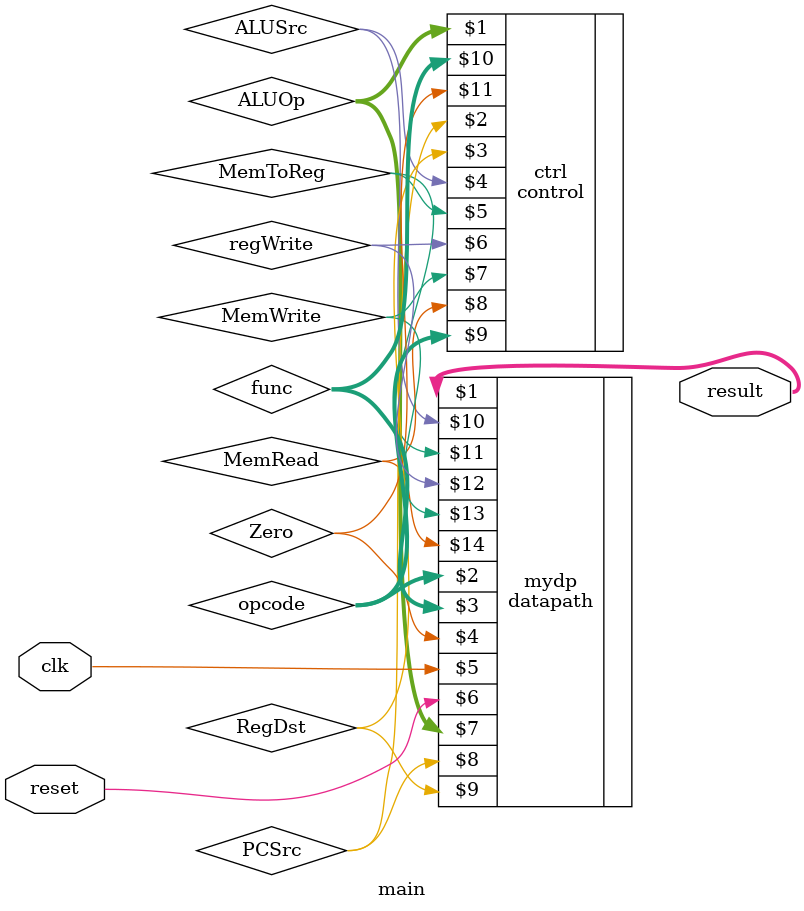
<source format=v>
module main(output[31:0] result,input clk,reset);


wire[2:0] ALUOp;
wire PCSrc,RegDst,ALUSrc,MemToReg,regWrite,MemWrite,MemRead;
wire Zero;
wire[5:0] opcode,func;
control ctrl(ALUOp,PCSrc,RegDst,ALUSrc,MemToReg,regWrite,MemWrite,MemRead,opcode,func,Zero);
datapath mydp(result,opcode,func,Zero,clk,reset,ALUOp,PCSrc,RegDst,ALUSrc,MemToReg,regWrite,MemWrite,MemRead);

endmodule
</source>
